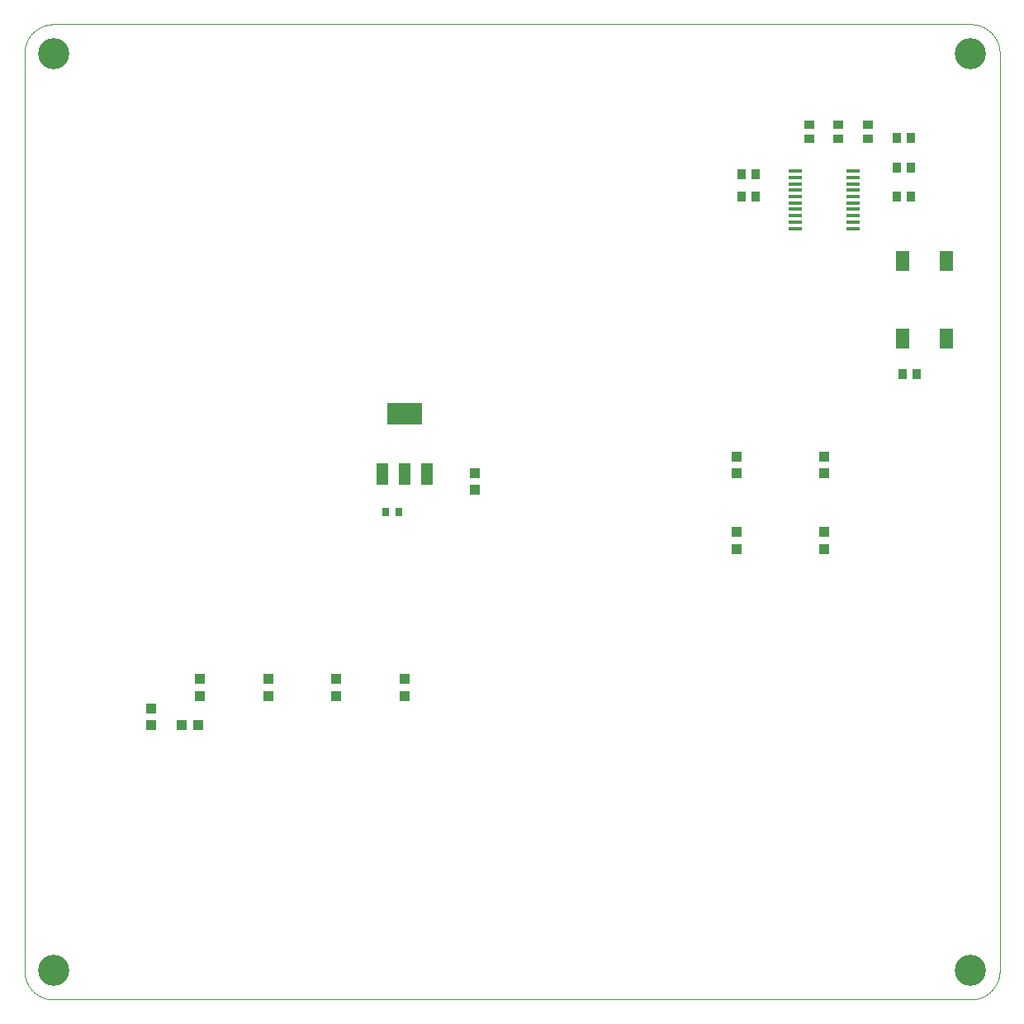
<source format=gtp>
G04 EAGLE Gerber RS-274X export*
G75*
%MOMM*%
%FSLAX34Y34*%
%LPD*%
%INSolder paste top*%
%IPPOS*%
%AMOC8*
5,1,8,0,0,1.08239X$1,22.5*%
G01*
%ADD10C,0.000000*%
%ADD11C,3.200000*%
%ADD12R,1.100000X1.000000*%
%ADD13R,1.000000X1.100000*%
%ADD14R,1.080000X1.050000*%
%ADD15R,1.400000X2.050000*%
%ADD16R,0.810000X1.040000*%
%ADD17R,1.219200X2.235200*%
%ADD18R,3.600000X2.200000*%
%ADD19R,0.750000X0.940000*%
%ADD20R,1.040000X0.810000*%
%ADD21R,1.475000X0.450000*%


D10*
X30000Y0D02*
X970000Y0D01*
X1000000Y30000D02*
X1000000Y970000D01*
X970000Y1000000D02*
X30000Y1000000D01*
X0Y970000D02*
X0Y30000D01*
X9Y29275D01*
X35Y28551D01*
X79Y27827D01*
X140Y27105D01*
X219Y26384D01*
X315Y25665D01*
X428Y24949D01*
X559Y24236D01*
X707Y23526D01*
X872Y22821D01*
X1054Y22119D01*
X1253Y21422D01*
X1468Y20729D01*
X1701Y20043D01*
X1950Y19362D01*
X2215Y18687D01*
X2496Y18019D01*
X2794Y17358D01*
X3107Y16704D01*
X3436Y16058D01*
X3781Y15420D01*
X4141Y14791D01*
X4516Y14171D01*
X4906Y13560D01*
X5310Y12958D01*
X5729Y12366D01*
X6163Y11785D01*
X6610Y11214D01*
X7071Y10655D01*
X7545Y10106D01*
X8032Y9570D01*
X8532Y9045D01*
X9045Y8532D01*
X9570Y8032D01*
X10106Y7545D01*
X10655Y7071D01*
X11214Y6610D01*
X11785Y6163D01*
X12366Y5729D01*
X12958Y5310D01*
X13560Y4906D01*
X14171Y4516D01*
X14791Y4141D01*
X15420Y3781D01*
X16058Y3436D01*
X16704Y3107D01*
X17358Y2794D01*
X18019Y2496D01*
X18687Y2215D01*
X19362Y1950D01*
X20043Y1701D01*
X20729Y1468D01*
X21422Y1253D01*
X22119Y1054D01*
X22821Y872D01*
X23526Y707D01*
X24236Y559D01*
X24949Y428D01*
X25665Y315D01*
X26384Y219D01*
X27105Y140D01*
X27827Y79D01*
X28551Y35D01*
X29275Y9D01*
X30000Y0D01*
X0Y970000D02*
X9Y970725D01*
X35Y971449D01*
X79Y972173D01*
X140Y972895D01*
X219Y973616D01*
X315Y974335D01*
X428Y975051D01*
X559Y975764D01*
X707Y976474D01*
X872Y977179D01*
X1054Y977881D01*
X1253Y978578D01*
X1468Y979271D01*
X1701Y979957D01*
X1950Y980638D01*
X2215Y981313D01*
X2496Y981981D01*
X2794Y982642D01*
X3107Y983296D01*
X3436Y983942D01*
X3781Y984580D01*
X4141Y985209D01*
X4516Y985829D01*
X4906Y986440D01*
X5310Y987042D01*
X5729Y987634D01*
X6163Y988215D01*
X6610Y988786D01*
X7071Y989345D01*
X7545Y989894D01*
X8032Y990430D01*
X8532Y990955D01*
X9045Y991468D01*
X9570Y991968D01*
X10106Y992455D01*
X10655Y992929D01*
X11214Y993390D01*
X11785Y993837D01*
X12366Y994271D01*
X12958Y994690D01*
X13560Y995094D01*
X14171Y995484D01*
X14791Y995859D01*
X15420Y996219D01*
X16058Y996564D01*
X16704Y996893D01*
X17358Y997206D01*
X18019Y997504D01*
X18687Y997785D01*
X19362Y998050D01*
X20043Y998299D01*
X20729Y998532D01*
X21422Y998747D01*
X22119Y998946D01*
X22821Y999128D01*
X23526Y999293D01*
X24236Y999441D01*
X24949Y999572D01*
X25665Y999685D01*
X26384Y999781D01*
X27105Y999860D01*
X27827Y999921D01*
X28551Y999965D01*
X29275Y999991D01*
X30000Y1000000D01*
X970000Y1000000D02*
X970725Y999991D01*
X971449Y999965D01*
X972173Y999921D01*
X972895Y999860D01*
X973616Y999781D01*
X974335Y999685D01*
X975051Y999572D01*
X975764Y999441D01*
X976474Y999293D01*
X977179Y999128D01*
X977881Y998946D01*
X978578Y998747D01*
X979271Y998532D01*
X979957Y998299D01*
X980638Y998050D01*
X981313Y997785D01*
X981981Y997504D01*
X982642Y997206D01*
X983296Y996893D01*
X983942Y996564D01*
X984580Y996219D01*
X985209Y995859D01*
X985829Y995484D01*
X986440Y995094D01*
X987042Y994690D01*
X987634Y994271D01*
X988215Y993837D01*
X988786Y993390D01*
X989345Y992929D01*
X989894Y992455D01*
X990430Y991968D01*
X990955Y991468D01*
X991468Y990955D01*
X991968Y990430D01*
X992455Y989894D01*
X992929Y989345D01*
X993390Y988786D01*
X993837Y988215D01*
X994271Y987634D01*
X994690Y987042D01*
X995094Y986440D01*
X995484Y985829D01*
X995859Y985209D01*
X996219Y984580D01*
X996564Y983942D01*
X996893Y983296D01*
X997206Y982642D01*
X997504Y981981D01*
X997785Y981313D01*
X998050Y980638D01*
X998299Y979957D01*
X998532Y979271D01*
X998747Y978578D01*
X998946Y977881D01*
X999128Y977179D01*
X999293Y976474D01*
X999441Y975764D01*
X999572Y975051D01*
X999685Y974335D01*
X999781Y973616D01*
X999860Y972895D01*
X999921Y972173D01*
X999965Y971449D01*
X999991Y970725D01*
X1000000Y970000D01*
X1000000Y30000D02*
X999991Y29275D01*
X999965Y28551D01*
X999921Y27827D01*
X999860Y27105D01*
X999781Y26384D01*
X999685Y25665D01*
X999572Y24949D01*
X999441Y24236D01*
X999293Y23526D01*
X999128Y22821D01*
X998946Y22119D01*
X998747Y21422D01*
X998532Y20729D01*
X998299Y20043D01*
X998050Y19362D01*
X997785Y18687D01*
X997504Y18019D01*
X997206Y17358D01*
X996893Y16704D01*
X996564Y16058D01*
X996219Y15420D01*
X995859Y14791D01*
X995484Y14171D01*
X995094Y13560D01*
X994690Y12958D01*
X994271Y12366D01*
X993837Y11785D01*
X993390Y11214D01*
X992929Y10655D01*
X992455Y10106D01*
X991968Y9570D01*
X991468Y9045D01*
X990955Y8532D01*
X990430Y8032D01*
X989894Y7545D01*
X989345Y7071D01*
X988786Y6610D01*
X988215Y6163D01*
X987634Y5729D01*
X987042Y5310D01*
X986440Y4906D01*
X985829Y4516D01*
X985209Y4141D01*
X984580Y3781D01*
X983942Y3436D01*
X983296Y3107D01*
X982642Y2794D01*
X981981Y2496D01*
X981313Y2215D01*
X980638Y1950D01*
X979957Y1701D01*
X979271Y1468D01*
X978578Y1253D01*
X977881Y1054D01*
X977179Y872D01*
X976474Y707D01*
X975764Y559D01*
X975051Y428D01*
X974335Y315D01*
X973616Y219D01*
X972895Y140D01*
X972173Y79D01*
X971449Y35D01*
X970725Y9D01*
X970000Y0D01*
D11*
X30000Y30000D03*
X30000Y970000D03*
X970000Y30000D03*
X970000Y970000D03*
D12*
X390000Y311500D03*
X390000Y328500D03*
X180000Y311500D03*
X180000Y328500D03*
X250000Y311500D03*
X250000Y328500D03*
X320000Y311500D03*
X320000Y328500D03*
X130000Y298500D03*
X130000Y281500D03*
D13*
X161500Y281500D03*
X178500Y281500D03*
D12*
X730000Y557000D03*
X730000Y540000D03*
X820000Y557000D03*
X820000Y540000D03*
D14*
X730000Y462250D03*
X730000Y479750D03*
X820000Y462250D03*
X820000Y479750D03*
D15*
X900000Y677750D03*
X900000Y757250D03*
X945000Y677750D03*
X945000Y757250D03*
D16*
X914400Y641700D03*
X900000Y641700D03*
D17*
X366886Y539012D03*
X390000Y539012D03*
X413114Y539012D03*
D18*
X390000Y600990D03*
D13*
X462050Y539850D03*
X462050Y522850D03*
D19*
X384000Y500150D03*
X370000Y500150D03*
D20*
X805000Y897200D03*
X805000Y882800D03*
D16*
X908600Y823300D03*
X894200Y823300D03*
D20*
X834500Y897400D03*
X834500Y883000D03*
X864500Y897400D03*
X864500Y883000D03*
D16*
X908500Y883100D03*
X894100Y883100D03*
X908500Y853100D03*
X894100Y853100D03*
X735600Y823300D03*
X750000Y823300D03*
X735600Y846400D03*
X750000Y846400D03*
D21*
X790620Y849250D03*
X790620Y842750D03*
X790620Y836250D03*
X790620Y829750D03*
X790620Y823250D03*
X790620Y816750D03*
X790620Y810250D03*
X790620Y803750D03*
X790620Y797250D03*
X790620Y790750D03*
X849380Y790750D03*
X849380Y797250D03*
X849380Y803750D03*
X849380Y810250D03*
X849380Y816750D03*
X849380Y823250D03*
X849380Y829750D03*
X849380Y836250D03*
X849380Y842750D03*
X849380Y849250D03*
M02*

</source>
